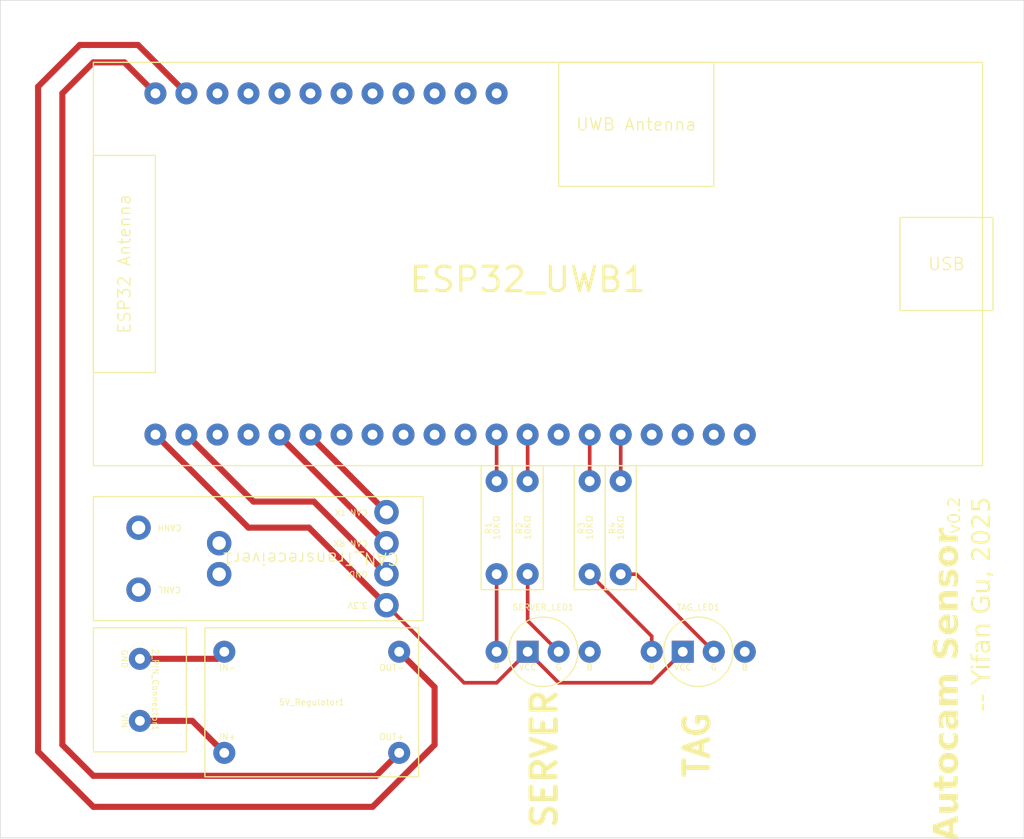
<source format=kicad_pcb>
(kicad_pcb (version 20241229) (generator "pcbnew") (generator_version "9.0")
  (title_block (title "Autocam Sensor") (date "2025-03-02") (rev "v0.2"))
  (layers (0 "F.Cu" signal) (2 "B.Cu" signal) (13 "F.Paste" user) (15 "B.Paste" user) (5 "F.SilkS" user "F.Silkscreen") (7 "B.SilkS" user "B.Silkscreen") (1 "F.Mask" user) (3 "B.Mask" user) (25 "Edge.Cuts" user))
  (net 0 "")
  (net 1 "Net-(5V_Regulator1-OUT-)")
  (net 2 "Net-(5V_Regulator1-OUT+)")
  (net 15 "Net-(CAN_Transreceiver1-CAN_RX)")
  (net 19 "Net-(CAN_Transreceiver1-CAN_TX)")
  (net 20 "Net-(CAN_Transreceiver1-GND)")
  (net 22 "Net-(CAN_Transreceiver1-3.3V)")
  (net 24 "Net-(SERVER_LED1-R)")
  (net 25 "Net-(SERVER_LED1-G)")
  (net 26 "Net-(TAG_LED1-R)")
  (net 27 "Net-(TAG_LED1-G)")
  (net 32 "Net-(ESP32_UWB1-IO32)")
  (net 35 "Net-(ESP32_UWB1-IO25)")
  (net 36 "Net-(ESP32_UWB1-IO26)")
  (net 41 "Net-(2_PIN_Connector1-Pin_1)")
  (net 42 "Net-(2_PIN_Connector1-Pin_2)")
  (net 44 "Net-(ESP32_UWB1-IO33)")
  (footprint "Autocam:Makersfab ESP32 UWB" (layer "F.Cu") (at 127 68.58)
    (property "Reference" "ESP32_UWB1" (at 35.56 17.78 0) (layer "F.SilkS") (effects (font (size 2 2) (thickness 0.25))))
    (property "Value" "~" (hide yes))
    (fp_rect (start 0 0) (end 72.8 33.02) (stroke (width 0.1)) (fill no) (layer "F.SilkS"))
    (fp_rect (start 0 7.62) (end 5.08 25.4) (stroke (width 0.1)) (fill no) (layer "F.SilkS"))
    (fp_rect (start 38.1 0) (end 50.8 10.16) (stroke (width 0.1)) (fill no) (layer "F.SilkS"))
    (fp_rect (start 66.04 12.7) (end 73.66 20.32) (stroke (width 0.1)) (fill no) (layer "F.SilkS"))
    (fp_text user "USB" (at 69.85 16.51 0) (layer "F.SilkS") (effects (font (thickness 0.1))))
    (fp_text user "UWB Antenna" (at 44.45 5.08 0) (layer "F.SilkS") (effects (font (thickness 0.1))))
    (fp_text user "ESP32 Antenna" (at 2.54 16.51 90) (layer "F.SilkS") (effects (font (thickness 0.1))))
    (pad "1" thru_hole circle (at 5.08 30.48) (size 1.8 1.8) (drill 0.8) (layers "*.Cu" "*.Mask") (net 22 "Net-(CAN_Transreceiver1-3.3V)"))
    (pad "2" thru_hole circle (at 7.62 30.48) (size 1.8 1.8) (drill 0.8) (layers "*.Cu" "*.Mask") (net 20 "Net-(CAN_Transreceiver1-GND)"))
    (pad "3" thru_hole circle (at 10.16 30.48) (size 1.8 1.8) (drill 0.8) (layers "*.Cu" "*.Mask"))
    (pad "4" thru_hole circle (at 12.7 30.48) (size 1.8 1.8) (drill 0.8) (layers "*.Cu" "*.Mask"))
    (pad "5" thru_hole circle (at 15.24 30.48) (size 1.8 1.8) (drill 0.8) (layers "*.Cu" "*.Mask") (net 15 "Net-(CAN_Transreceiver1-CAN_RX)"))
    (pad "6" thru_hole circle (at 17.78 30.48) (size 1.8 1.8) (drill 0.8) (layers "*.Cu" "*.Mask") (net 19 "Net-(CAN_Transreceiver1-CAN_TX)"))
    (pad "7" thru_hole circle (at 20.32 30.48) (size 1.8 1.8) (drill 0.8) (layers "*.Cu" "*.Mask"))
    (pad "8" thru_hole circle (at 22.86 30.48) (size 1.8 1.8) (drill 0.8) (layers "*.Cu" "*.Mask"))
    (pad "9" thru_hole circle (at 25.4 30.48) (size 1.8 1.8) (drill 0.8) (layers "*.Cu" "*.Mask"))
    (pad "10" thru_hole circle (at 27.94 30.48) (size 1.8 1.8) (drill 0.8) (layers "*.Cu" "*.Mask"))
    (pad "11" thru_hole circle (at 30.48 30.48) (size 1.8 1.8) (drill 0.8) (layers "*.Cu" "*.Mask"))
    (pad "12" thru_hole circle (at 33.02 30.48) (size 1.8 1.8) (drill 0.8) (layers "*.Cu" "*.Mask") (net 35 "Net-(ESP32_UWB1-IO25)"))
    (pad "13" thru_hole circle (at 35.56 30.48) (size 1.8 1.8) (drill 0.8) (layers "*.Cu" "*.Mask") (net 36 "Net-(ESP32_UWB1-IO26)"))
    (pad "14" thru_hole circle (at 38.1 30.48) (size 1.8 1.8) (drill 0.8) (layers "*.Cu" "*.Mask"))
    (pad "15" thru_hole circle (at 40.64 30.48) (size 1.8 1.8) (drill 0.8) (layers "*.Cu" "*.Mask") (net 32 "Net-(ESP32_UWB1-IO32)"))
    (pad "16" thru_hole circle (at 43.18 30.48) (size 1.8 1.8) (drill 0.8) (layers "*.Cu" "*.Mask") (net 44 "Net-(ESP32_UWB1-IO33)"))
    (pad "17" thru_hole circle (at 45.72 30.48) (size 1.8 1.8) (drill 0.8) (layers "*.Cu" "*.Mask"))
    (pad "18" thru_hole circle (at 48.26 30.48) (size 1.8 1.8) (drill 0.8) (layers "*.Cu" "*.Mask"))
    (pad "19" thru_hole circle (at 50.8 30.48) (size 1.8 1.8) (drill 0.8) (layers "*.Cu" "*.Mask"))
    (pad "20" thru_hole circle (at 53.34 30.48) (size 1.8 1.8) (drill 0.8) (layers "*.Cu" "*.Mask"))
    (pad "21" thru_hole circle (at 5.08 2.54) (size 1.8 1.8) (drill 0.8) (layers "*.Cu" "*.Mask") (net 2 "Net-(5V_Regulator1-OUT+)"))
    (pad "22" thru_hole circle (at 7.62 2.54) (size 1.8 1.8) (drill 0.8) (layers "*.Cu" "*.Mask") (net 1 "Net-(5V_Regulator1-OUT-)"))
    (pad "23" thru_hole circle (at 10.16 2.54) (size 1.8 1.8) (drill 0.8) (layers "*.Cu" "*.Mask"))
    (pad "24" thru_hole circle (at 12.7 2.54) (size 1.8 1.8) (drill 0.8) (layers "*.Cu" "*.Mask"))
    (pad "25" thru_hole circle (at 15.24 2.54) (size 1.8 1.8) (drill 0.8) (layers "*.Cu" "*.Mask"))
    (pad "26" thru_hole circle (at 17.78 2.54) (size 1.8 1.8) (drill 0.8) (layers "*.Cu" "*.Mask"))
    (pad "27" thru_hole circle (at 20.32 2.54) (size 1.8 1.8) (drill 0.8) (layers "*.Cu" "*.Mask"))
    (pad "28" thru_hole circle (at 22.86 2.54) (size 1.8 1.8) (drill 0.8) (layers "*.Cu" "*.Mask"))
    (pad "29" thru_hole circle (at 25.4 2.54) (size 1.8 1.8) (drill 0.8) (layers "*.Cu" "*.Mask"))
    (pad "30" thru_hole circle (at 27.94 2.54) (size 1.8 1.8) (drill 0.8) (layers "*.Cu" "*.Mask"))
    (pad "31" thru_hole circle (at 30.48 2.54) (size 1.8 1.8) (drill 0.8) (layers "*.Cu" "*.Mask"))
    (pad "32" thru_hole circle (at 33.02 2.54) (size 1.8 1.8) (drill 0.8) (layers "*.Cu" "*.Mask"))
  )
  (footprint "Autocam:Simple Resistor" (layer "F.Cu") (at 167.64 110.49 90)
    (property "Reference" "R3" (at 3.774036 -0.672769 90) (layer "F.SilkS") (effects (font (size 0.5 0.5) (thickness 0.0625))))
    (property "Value" "10KΩ" (at 3.81 0 90) (layer "F.SilkS") (effects (font (size 0.5 0.5) (thickness 0.0625))))
    (fp_rect (start -1.27 -1.27) (end 8.89 1.27) (stroke (width 0.1)) (fill no) (layer "F.SilkS"))
    (pad "1" thru_hole circle (at 0 0 90) (size 1.8 1.8) (drill 0.8) (layers "*.Cu" "*.Mask") (net 26 "Net-(TAG_LED1-R)"))
    (pad "2" thru_hole circle (at 7.62 0 90) (size 1.8 1.8) (drill 0.8) (layers "*.Cu" "*.Mask") (net 32 "Net-(ESP32_UWB1-IO32)"))
  )
  (footprint "Autocam:Simple Resistor" (layer "F.Cu") (at 160.02 110.49 90)
    (property "Reference" "R1" (at 3.774036 -0.672769 90) (layer "F.SilkS") (effects (font (size 0.5 0.5) (thickness 0.0625))))
    (property "Value" "10KΩ" (at 3.81 0 90) (layer "F.SilkS") (effects (font (size 0.5 0.5) (thickness 0.0625))))
    (fp_rect (start -1.27 -1.27) (end 8.89 1.27) (stroke (width 0.1)) (fill no) (layer "F.SilkS"))
    (pad "1" thru_hole circle (at 0 0 90) (size 1.8 1.8) (drill 0.8) (layers "*.Cu" "*.Mask") (net 24 "Net-(SERVER_LED1-R)"))
    (pad "2" thru_hole circle (at 7.62 0 90) (size 1.8 1.8) (drill 0.8) (layers "*.Cu" "*.Mask") (net 35 "Net-(ESP32_UWB1-IO25)"))
  )
  (footprint "Autocam:Simple Resistor" (layer "F.Cu") (at 162.56 110.49 90)
    (property "Reference" "R2" (at 3.774036 -0.672769 90) (layer "F.SilkS") (effects (font (size 0.5 0.5) (thickness 0.0625))))
    (property "Value" "10KΩ" (at 3.81 0 90) (layer "F.SilkS") (effects (font (size 0.5 0.5) (thickness 0.0625))))
    (fp_rect (start -1.27 -1.27) (end 8.89 1.27) (stroke (width 0.1)) (fill no) (layer "F.SilkS"))
    (pad "1" thru_hole circle (at 0 0 90) (size 1.8 1.8) (drill 0.8) (layers "*.Cu" "*.Mask") (net 25 "Net-(SERVER_LED1-G)"))
    (pad "2" thru_hole circle (at 7.62 0 90) (size 1.8 1.8) (drill 0.8) (layers "*.Cu" "*.Mask") (net 36 "Net-(ESP32_UWB1-IO26)"))
  )
  (footprint "Autocam:Anode RGB LED (Round)" (layer "F.Cu") (at 163.83 116.84)
    (property "Reference" "SERVER_LED1" (at 0 -3.634649 0) (layer "F.SilkS") (effects (font (size 0.5 0.5) (thickness 0.0625))))
    (property "Value" "SERVER")
    (fp_circle (center 0 0) (end 2.84 0) (stroke (width 0.1)) (fill no) (layer "F.SilkS"))
    (fp_text user "R" (at -3.81 1.27 0) (layer "F.SilkS") (effects (font (size 0.5 0.5) (thickness 0.0625))))
    (fp_text user "G" (at 1.27 1.27 0) (layer "F.SilkS") (effects (font (size 0.5 0.5) (thickness 0.0625))))
    (fp_text user "VCC" (at -1.27 1.27 0) (layer "F.SilkS") (effects (font (size 0.5 0.5) (thickness 0.0625))))
    (fp_text user "B" (at 3.81 1.27 0) (layer "F.SilkS") (effects (font (size 0.5 0.5) (thickness 0.0625))))
    (pad "1" thru_hole circle (at -3.81 0) (size 1.8 1.8) (drill 0.8) (layers "*.Cu" "*.Mask") (net 24 "Net-(SERVER_LED1-R)"))
    (pad "2" thru_hole rect (at -1.27 0) (size 1.8 1.8) (drill 0.8) (layers "*.Cu" "*.Mask") (net 22 "Net-(CAN_Transreceiver1-3.3V)"))
    (pad "3" thru_hole circle (at 1.27 0) (size 1.8 1.8) (drill 0.8) (layers "*.Cu" "*.Mask") (net 25 "Net-(SERVER_LED1-G)"))
    (pad "4" thru_hole circle (at 3.81 0) (size 1.8 1.8) (drill 0.8) (layers "*.Cu" "*.Mask"))
  )
  (footprint "Autocam:MP1584EN 5V Regulator" (layer "F.Cu") (at 136.13 114.88)
    (property "Reference" "5V_Regulator1" (at 8.75 6.1 0) (layer "F.SilkS") (effects (font (size 0.5 0.5) (thickness 0.0625))))
    (property "Value" "~")
    (fp_rect (start 0 0) (end 17.5 12.2) (stroke (width 0.1)) (fill no) (layer "F.SilkS"))
    (fp_text user "IN-" (at 1.13 3.56 0) (layer "F.SilkS") (effects (font (size 0.5 0.5) (thickness 0.0625)) (justify left bottom)))
    (fp_text user "OUT-" (at 16.37 3.56 0) (layer "F.SilkS") (effects (font (size 0.5 0.5) (thickness 0.0625)) (justify right bottom)))
    (fp_text user "OUT+" (at 16.37 8.64 0) (layer "F.SilkS") (effects (font (size 0.5 0.5) (thickness 0.0625)) (justify right top)))
    (fp_text user "IN+" (at 1.13 8.64 0) (layer "F.SilkS") (effects (font (size 0.5 0.5) (thickness 0.0625)) (justify left top)))
    (pad "1" thru_hole circle (at 1.59 1.96) (size 1.8 1.8) (drill 0.8) (layers "*.Cu" "*.Mask") (net 41 "Net-(2_PIN_Connector1-Pin_1)"))
    (pad "2" thru_hole circle (at 1.59 10.24) (size 1.8 1.8) (drill 0.8) (layers "*.Cu" "*.Mask") (net 42 "Net-(2_PIN_Connector1-Pin_2)"))
    (pad "3" thru_hole circle (at 15.91 1.96) (size 1.8 1.8) (drill 0.8) (layers "*.Cu" "*.Mask") (net 1 "Net-(5V_Regulator1-OUT-)"))
    (pad "4" thru_hole circle (at 15.91 10.24) (size 1.8 1.8) (drill 0.8) (layers "*.Cu" "*.Mask") (net 2 "Net-(5V_Regulator1-OUT+)"))
  )
  (footprint "Autocam:Anode RGB LED (Round)" (layer "F.Cu") (at 176.53 116.84)
    (property "Reference" "TAG_LED1" (at 0 -3.634649 0) (layer "F.SilkS") (effects (font (size 0.5 0.5) (thickness 0.0625))))
    (property "Value" "TAG")
    (fp_circle (center 0 0) (end 2.84 0) (stroke (width 0.1)) (fill no) (layer "F.SilkS"))
    (fp_text user "G" (at 1.27 1.27 0) (layer "F.SilkS") (effects (font (size 0.5 0.5) (thickness 0.0625))))
    (fp_text user "B" (at 3.81 1.27 0) (layer "F.SilkS") (effects (font (size 0.5 0.5) (thickness 0.0625))))
    (fp_text user "VCC" (at -1.27 1.27 0) (layer "F.SilkS") (effects (font (size 0.5 0.5) (thickness 0.0625))))
    (fp_text user "R" (at -3.81 1.27 0) (layer "F.SilkS") (effects (font (size 0.5 0.5) (thickness 0.0625))))
    (pad "1" thru_hole circle (at -3.81 0) (size 1.8 1.8) (drill 0.8) (layers "*.Cu" "*.Mask") (net 26 "Net-(TAG_LED1-R)"))
    (pad "2" thru_hole rect (at -1.27 0) (size 1.8 1.8) (drill 0.8) (layers "*.Cu" "*.Mask") (net 22 "Net-(CAN_Transreceiver1-3.3V)"))
    (pad "3" thru_hole circle (at 1.27 0) (size 1.8 1.8) (drill 0.8) (layers "*.Cu" "*.Mask") (net 27 "Net-(TAG_LED1-G)"))
    (pad "4" thru_hole circle (at 3.81 0) (size 1.8 1.8) (drill 0.8) (layers "*.Cu" "*.Mask"))
  )
  (footprint "Autocam:Waveshare CAN Transreceiver" (layer "F.Cu") (at 127 104.14 180)
    (property "Reference" "CAN_Transreceiver1" (at -17.78 -5.08 180) (layer "F.SilkS") (effects (font (thickness 0.1))))
    (property "Value" "~")
    (fp_rect (start -27 -10.16) (end 0 0) (stroke (width 0.1)) (fill no) (layer "F.SilkS"))
    (fp_text user "3.3V" (at -22.5 -8.89 180) (layer "F.SilkS") (effects (font (size 0.5 0.5) (thickness 0.0625)) (justify left)))
    (fp_text user "GND" (at -22.5 -6.35 180) (layer "F.SilkS") (effects (font (size 0.5 0.5) (thickness 0.0625)) (justify left)))
    (fp_text user "CANH" (at -6.24 -2.54 180) (layer "F.SilkS") (effects (font (size 0.5 0.5) (thickness 0.0625))))
    (fp_text user "CAN RX" (at -22.5 -3.81 180) (layer "F.SilkS") (effects (font (size 0.5 0.5) (thickness 0.0625)) (justify left)))
    (fp_text user "CAN TX" (at -22.5 -1.27 180) (layer "F.SilkS") (effects (font (size 0.5 0.5) (thickness 0.0625)) (justify left)))
    (fp_text user "CANL" (at -6.24 -7.62 180) (layer "F.SilkS") (effects (font (size 0.5 0.5) (thickness 0.0625))))
    (pad "1" thru_hole circle (at -24 -8.89 180) (size 2 2) (drill 1.1) (layers "*.Cu" "*.Mask") (net 22 "Net-(CAN_Transreceiver1-3.3V)"))
    (pad "2" thru_hole circle (at -24 -6.35 180) (size 2 2) (drill 1.1) (layers "*.Cu" "*.Mask") (net 20 "Net-(CAN_Transreceiver1-GND)"))
    (pad "3" thru_hole circle (at -24 -3.81 180) (size 2 2) (drill 1.1) (layers "*.Cu" "*.Mask") (net 15 "Net-(CAN_Transreceiver1-CAN_RX)"))
    (pad "4" thru_hole circle (at -24 -1.27 180) (size 2 2) (drill 1.1) (layers "*.Cu" "*.Mask") (net 19 "Net-(CAN_Transreceiver1-CAN_TX)"))
    (pad "5" thru_hole circle (at -3.7 -7.62 180) (size 2 2) (drill 1.1) (layers "*.Cu" "*.Mask"))
    (pad "6" thru_hole circle (at -3.7 -2.54 180) (size 2 2) (drill 1.1) (layers "*.Cu" "*.Mask"))
    (pad "7" thru_hole circle (at -10.3 -6.35 180) (size 2 2) (drill 1.1) (layers "*.Cu" "*.Mask"))
    (pad "8" thru_hole circle (at -10.3 -3.81 180) (size 2 2) (drill 1.1) (layers "*.Cu" "*.Mask"))
  )
  (footprint "Autocam:Simple Resistor" (layer "F.Cu") (at 170.18 110.49 90)
    (property "Reference" "R4" (at 3.774036 -0.672769 90) (layer "F.SilkS") (effects (font (size 0.5 0.5) (thickness 0.0625))))
    (property "Value" "10KΩ" (at 3.81 0 90) (layer "F.SilkS") (effects (font (size 0.5 0.5) (thickness 0.0625))))
    (fp_rect (start -1.27 -1.27) (end 8.89 1.27) (stroke (width 0.1)) (fill no) (layer "F.SilkS"))
    (pad "1" thru_hole circle (at 0 0 90) (size 1.8 1.8) (drill 0.8) (layers "*.Cu" "*.Mask") (net 27 "Net-(TAG_LED1-G)"))
    (pad "2" thru_hole circle (at 7.62 0 90) (size 1.8 1.8) (drill 0.8) (layers "*.Cu" "*.Mask") (net 44 "Net-(ESP32_UWB1-IO33)"))
  )
  (footprint "Autocam:2-PIN Connector" (layer "F.Cu") (at 127 114.88 -90)
    (property "Reference" "2_PIN_Connector1" (at 5.08 -5.08 270) (layer "F.SilkS") (effects (font (size 0.5 0.5) (thickness 0.0625))))
    (property "Value" "~")
    (fp_rect (start 0 -7.62) (end 10.16 0) (stroke (width 0.1)) (fill no) (layer "F.SilkS"))
    (fp_text user "VIN" (at 7.62 -2.54 270) (layer "F.SilkS") (effects (font (size 0.5 0.5) (thickness 0.0625))))
    (fp_text user "GND" (at 2.54 -2.54 270) (layer "F.SilkS") (effects (font (size 0.5 0.5) (thickness 0.0625))))
    (pad "1" thru_hole circle (at 2.54 -3.81 270) (size 1.8 1.8) (drill 0.8) (layers "*.Cu" "*.Mask") (net 41 "Net-(2_PIN_Connector1-Pin_1)"))
    (pad "2" thru_hole circle (at 7.62 -3.81 270) (size 1.8 1.8) (drill 0.8) (layers "*.Cu" "*.Mask") (net 42 "Net-(2_PIN_Connector1-Pin_2)"))
  )
  (gr_rect (start 119.38 63.5) (end 203.2 132.08) (stroke (width 0.05)) (fill no) (layer "Edge.Cuts"))
  (gr_text "-- Yifan Gu, 2025" (at 200.66 104.14 90) (layer "F.SilkS") (effects (font (size 1.5 1.5)) (justify right bottom)))
  (gr_text "SERVER" (at 165.1 125.63 90) (layer "F.SilkS") (effects (font (size 2 2) (thickness 0.4) (bold yes)) (justify bottom)))
  (gr_text "Autocam Sensor" (at 198.12 106.68 90) (layer "F.SilkS") (effects (font (size 2 2) (thickness 0.5) (bold yes) (italic yes)) (justify right bottom)))
  (gr_text "TAG" (at 175.26 124.46 90) (layer "F.SilkS") (effects (font (size 2 2) (thickness 0.4) (bold yes)) (justify top)))
  (gr_text "v0.2" (at 198.12 104.14 90) (layer "F.SilkS") (effects (font (size 1 1)) (justify right bottom)))
  (segment (start 149.86 129.54) (end 154.94 124.46) (width 0.5) (layer "F.Cu") (net 1))
  (segment (start 154.94 119.74) (end 152.04 116.84) (width 0.5) (layer "F.Cu") (net 1))
  (segment (start 134.62 71.12) (end 130.655896 67.155896) (width 0.5) (layer "F.Cu") (net 1))
  (segment (start 154.94 124.46) (end 154.94 119.74) (width 0.5) (layer "F.Cu") (net 1))
  (segment (start 127 129.54) (end 149.86 129.54) (width 0.5) (layer "F.Cu") (net 1))
  (segment (start 130.655896 67.155896) (end 125.884104 67.155896) (width 0.5) (layer "F.Cu") (net 1))
  (segment (start 125.884104 67.155896) (end 122.47359 70.56641) (width 0.5) (layer "F.Cu") (net 1))
  (segment (start 122.47359 125.01359) (end 127 129.54) (width 0.5) (layer "F.Cu") (net 1))
  (segment (start 122.47359 70.56641) (end 122.47359 125.01359) (width 0.5) (layer "F.Cu") (net 1))
  (segment (start 150.16 127) (end 152.04 125.12) (width 0.5) (layer "F.Cu") (net 2))
  (segment (start 127 68.58) (end 124.46 71.12) (width 0.5) (layer "F.Cu") (net 2))
  (segment (start 132.08 71.12) (end 129.54 68.58) (width 0.5) (layer "F.Cu") (net 2))
  (segment (start 124.46 71.12) (end 124.46 124.46) (width 0.5) (layer "F.Cu") (net 2))
  (segment (start 124.46 124.46) (end 127 127) (width 0.5) (layer "F.Cu") (net 2))
  (segment (start 127 127) (end 150.16 127) (width 0.5) (layer "F.Cu") (net 2))
  (segment (start 129.54 68.58) (end 127 68.58) (width 0.5) (layer "F.Cu") (net 2))
  (segment (start 142.24 99.19) (end 142.24 99.06) (width 0.2) (layer "F.Cu") (net 15))
  (segment (start 151 107.95) (end 142.24 99.19) (width 0.5) (layer "F.Cu") (net 15))
  (segment (start 151 105.41) (end 144.78 99.19) (width 0.5) (layer "F.Cu") (net 19))
  (segment (start 144.78 99.19) (end 144.78 99.06) (width 0.2) (layer "F.Cu") (net 19))
  (segment (start 151 110.49) (end 145.054499 104.544499) (width 0.5) (layer "F.Cu") (net 20))
  (segment (start 140.104499 104.544499) (end 134.62 99.06) (width 0.5) (layer "F.Cu") (net 20))
  (segment (start 145.054499 104.544499) (end 140.104499 104.544499) (width 0.5) (layer "F.Cu") (net 20))
  (segment (start 175.26 116.84) (end 172.72 119.38) (width 0.3) (layer "F.Cu") (net 22))
  (segment (start 157.35 119.38) (end 151 113.03) (width 0.3) (layer "F.Cu") (net 22))
  (segment (start 139.7 106.68) (end 132.08 99.06) (width 0.5) (layer "F.Cu") (net 22))
  (segment (start 160.02 119.38) (end 157.35 119.38) (width 0.3) (layer "F.Cu") (net 22))
  (segment (start 162.56 116.84) (end 160.02 119.38) (width 0.3) (layer "F.Cu") (net 22))
  (segment (start 165.1 119.38) (end 162.56 116.84) (width 0.3) (layer "F.Cu") (net 22))
  (segment (start 151 113.03) (end 144.65 106.68) (width 0.5) (layer "F.Cu") (net 22))
  (segment (start 144.65 106.68) (end 139.7 106.68) (width 0.5) (layer "F.Cu") (net 22))
  (segment (start 172.72 119.38) (end 165.1 119.38) (width 0.3) (layer "F.Cu") (net 22))
  (segment (start 160.02 116.84) (end 160.02 110.49) (width 0.3) (layer "F.Cu") (net 24))
  (segment (start 165.1 116.84) (end 162.56 114.3) (width 0.3) (layer "F.Cu") (net 25))
  (segment (start 162.56 114.3) (end 162.56 110.49) (width 0.3) (layer "F.Cu") (net 25))
  (segment (start 172.72 115.57) (end 172.72 116.84) (width 0.3) (layer "F.Cu") (net 26))
  (segment (start 167.64 110.49) (end 172.72 115.57) (width 0.3) (layer "F.Cu") (net 26))
  (segment (start 170.18 110.49) (end 171.45 110.49) (width 0.3) (layer "F.Cu") (net 27))
  (segment (start 171.45 110.49) (end 177.8 116.84) (width 0.3) (layer "F.Cu") (net 27))
  (segment (start 167.64 102.87) (end 167.64 99.06) (width 0.3) (layer "F.Cu") (net 32))
  (segment (start 160.02 99.06) (end 160.02 102.87) (width 0.3) (layer "F.Cu") (net 35))
  (segment (start 162.56 102.87) (end 162.56 99.06) (width 0.3) (layer "F.Cu") (net 36))
  (segment (start 130.81 117.42) (end 137.14 117.42) (width 0.5) (layer "F.Cu") (net 41))
  (segment (start 137.14 117.42) (end 137.72 116.84) (width 0.5) (layer "F.Cu") (net 41))
  (segment (start 130.81 122.5) (end 135.1 122.5) (width 0.5) (layer "F.Cu") (net 42))
  (segment (start 135.1 122.5) (end 137.72 125.12) (width 0.5) (layer "F.Cu") (net 42))
  (segment (start 170.18 99.06) (end 170.18 102.87) (width 0.3) (layer "F.Cu") (net 44))
)
</source>
